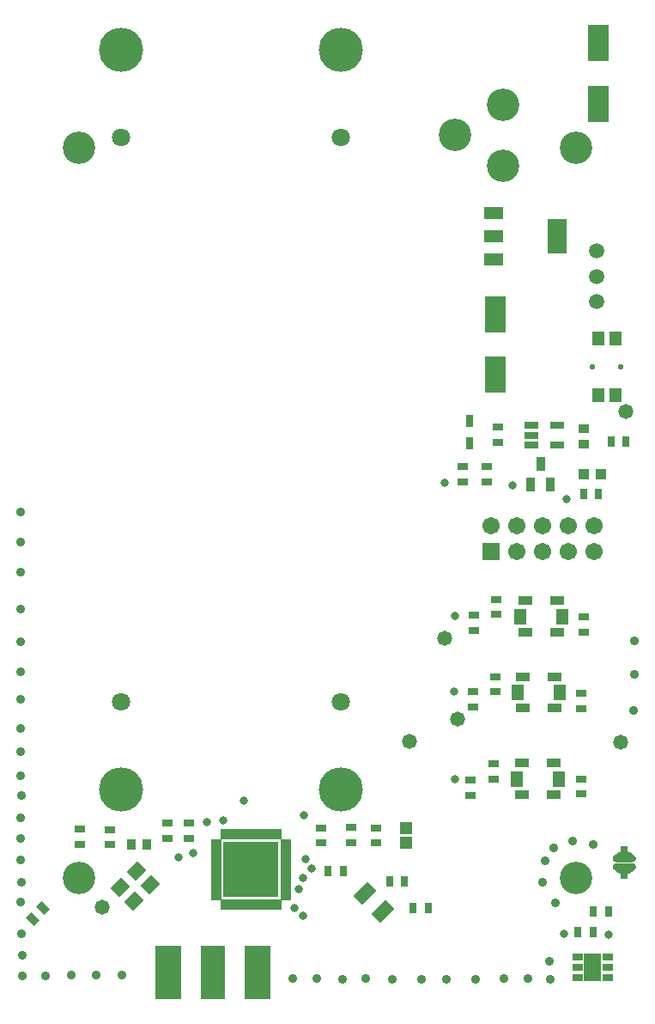
<source format=gts>
G04*
G04 #@! TF.GenerationSoftware,Altium Limited,Altium Designer,19.1.7 (138)*
G04*
G04 Layer_Color=8388736*
%FSLAX25Y25*%
%MOIN*%
G70*
G01*
G75*
%ADD41C,0.02769*%
%ADD42R,0.10300X0.20800*%
%ADD43R,0.09800X0.20800*%
%ADD44R,0.03162X0.04343*%
%ADD45R,0.03359X0.05524*%
%ADD46R,0.04343X0.03162*%
%ADD47R,0.03950X0.03950*%
%ADD48R,0.04400X0.03200*%
%ADD49R,0.04343X0.02572*%
%ADD50R,0.07099X0.10642*%
%ADD51R,0.03200X0.04400*%
%ADD52R,0.05524X0.03162*%
G04:AMPARAMS|DCode=53|XSize=31.62mil|YSize=43.43mil|CornerRadius=0mil|HoleSize=0mil|Usage=FLASHONLY|Rotation=45.000|XOffset=0mil|YOffset=0mil|HoleType=Round|Shape=Rectangle|*
%AMROTATEDRECTD53*
4,1,4,0.00418,-0.02654,-0.02654,0.00418,-0.00418,0.02654,0.02654,-0.00418,0.00418,-0.02654,0.0*
%
%ADD53ROTATEDRECTD53*%

%ADD54R,0.04737X0.05524*%
%ADD55R,0.07887X0.14186*%
%ADD56R,0.03162X0.03162*%
%ADD57R,0.05328X0.03753*%
%ADD58R,0.04540X0.06312*%
%ADD59R,0.04737X0.04737*%
G04:AMPARAMS|DCode=60|XSize=78.87mil|YSize=47.37mil|CornerRadius=0mil|HoleSize=0mil|Usage=FLASHONLY|Rotation=225.000|XOffset=0mil|YOffset=0mil|HoleType=Round|Shape=Rectangle|*
%AMROTATEDRECTD60*
4,1,4,0.01114,0.04463,0.04463,0.01114,-0.01114,-0.04463,-0.04463,-0.01114,0.01114,0.04463,0.0*
%
%ADD60ROTATEDRECTD60*%

%ADD61R,0.02769X0.04934*%
%ADD62R,0.01981X0.04147*%
%ADD63R,0.04147X0.01981*%
%ADD64R,0.21469X0.21469*%
G04:AMPARAMS|DCode=65|XSize=59.18mil|YSize=49.34mil|CornerRadius=0mil|HoleSize=0mil|Usage=FLASHONLY|Rotation=45.000|XOffset=0mil|YOffset=0mil|HoleType=Round|Shape=Rectangle|*
%AMROTATEDRECTD65*
4,1,4,-0.00348,-0.03837,-0.03837,-0.00348,0.00348,0.03837,0.03837,0.00348,-0.00348,-0.03837,0.0*
%
%ADD65ROTATEDRECTD65*%

%ADD66R,0.07690X0.04540*%
%ADD67R,0.07690X0.13398*%
%ADD68C,0.07099*%
%ADD69C,0.17158*%
%ADD70C,0.06706*%
%ADD71R,0.06706X0.06706*%
%ADD72C,0.02276*%
%ADD73C,0.12611*%
%ADD74C,0.05918*%
%ADD75C,0.05800*%
%ADD76C,0.03200*%
%ADD77C,0.03556*%
G36*
X118057Y-149601D02*
X118081Y-149602D01*
X118083Y-149602D01*
X118086Y-149603D01*
X118109Y-149607D01*
X118132Y-149612D01*
X118135Y-149612D01*
X118137Y-149613D01*
X118159Y-149620D01*
X118182Y-149628D01*
X118184Y-149629D01*
X118187Y-149630D01*
X118208Y-149640D01*
X118230Y-149650D01*
X118232Y-149652D01*
X118234Y-149653D01*
X118254Y-149666D01*
X118273Y-149679D01*
X118275Y-149681D01*
X118277Y-149682D01*
X118295Y-149698D01*
X118313Y-149713D01*
X118315Y-149715D01*
X118317Y-149717D01*
X118333Y-149735D01*
X118348Y-149752D01*
X118350Y-149754D01*
X118351Y-149756D01*
X118365Y-149776D01*
X118378Y-149795D01*
X118379Y-149798D01*
X118380Y-149800D01*
X118391Y-149821D01*
X118402Y-149842D01*
X118403Y-149844D01*
X118404Y-149847D01*
X118411Y-149869D01*
X118419Y-149891D01*
X118420Y-149894D01*
X118421Y-149896D01*
X118425Y-149920D01*
X118430Y-149943D01*
X118430Y-149945D01*
X118431Y-149948D01*
X118432Y-149971D01*
X118434Y-149995D01*
X118434Y-149998D01*
X118434Y-150000D01*
X118433Y-150024D01*
X118431Y-150048D01*
X118431Y-150050D01*
X118431Y-150052D01*
X118426Y-150075D01*
X118422Y-150099D01*
X118421Y-150101D01*
X118421Y-150104D01*
X118413Y-150126D01*
X118406Y-150149D01*
X117341Y-152811D01*
X117340Y-152813D01*
X117339Y-152816D01*
X117328Y-152837D01*
X117318Y-152858D01*
X117317Y-152860D01*
X117316Y-152863D01*
X117302Y-152883D01*
X117289Y-152902D01*
X117288Y-152904D01*
X117287Y-152906D01*
X117271Y-152924D01*
X117255Y-152942D01*
X117254Y-152944D01*
X117252Y-152946D01*
X117234Y-152962D01*
X117216Y-152977D01*
X117214Y-152979D01*
X117212Y-152980D01*
X117193Y-152994D01*
X117173Y-153007D01*
X117171Y-153008D01*
X117169Y-153009D01*
X117148Y-153020D01*
X117126Y-153031D01*
X117124Y-153032D01*
X117122Y-153033D01*
X117099Y-153040D01*
X117077Y-153048D01*
X117075Y-153049D01*
X117072Y-153049D01*
X117049Y-153054D01*
X117026Y-153059D01*
X117023Y-153059D01*
X117021Y-153060D01*
X116997Y-153061D01*
X116973Y-153063D01*
X116971Y-153063D01*
X116969Y-153063D01*
X113031D01*
X113029Y-153063D01*
X113027Y-153063D01*
X113003Y-153061D01*
X112979Y-153060D01*
X112977Y-153059D01*
X112974Y-153059D01*
X112951Y-153054D01*
X112928Y-153049D01*
X112926Y-153049D01*
X112923Y-153048D01*
X112900Y-153040D01*
X112878Y-153033D01*
X112876Y-153032D01*
X112874Y-153031D01*
X112852Y-153020D01*
X112831Y-153009D01*
X112829Y-153008D01*
X112827Y-153007D01*
X112807Y-152993D01*
X112787Y-152980D01*
X112786Y-152979D01*
X112784Y-152977D01*
X112766Y-152961D01*
X112748Y-152946D01*
X112747Y-152944D01*
X112745Y-152942D01*
X112729Y-152924D01*
X112714Y-152906D01*
X112712Y-152904D01*
X112710Y-152902D01*
X112698Y-152883D01*
X112684Y-152863D01*
X112683Y-152860D01*
X112682Y-152858D01*
X112672Y-152837D01*
X112661Y-152816D01*
X112660Y-152813D01*
X112659Y-152811D01*
X111594Y-150149D01*
X111587Y-150126D01*
X111579Y-150104D01*
X111579Y-150101D01*
X111578Y-150099D01*
X111574Y-150075D01*
X111569Y-150052D01*
X111569Y-150050D01*
X111569Y-150048D01*
X111567Y-150024D01*
X111566Y-150000D01*
X111566Y-149998D01*
X111566Y-149995D01*
X111568Y-149971D01*
X111569Y-149948D01*
X111570Y-149945D01*
X111570Y-149943D01*
X111575Y-149920D01*
X111579Y-149896D01*
X111580Y-149894D01*
X111581Y-149891D01*
X111589Y-149869D01*
X111596Y-149847D01*
X111597Y-149844D01*
X111598Y-149842D01*
X111609Y-149821D01*
X111619Y-149800D01*
X111621Y-149798D01*
X111622Y-149795D01*
X111635Y-149776D01*
X111649Y-149756D01*
X111650Y-149754D01*
X111652Y-149752D01*
X111667Y-149735D01*
X111683Y-149717D01*
X111685Y-149715D01*
X111687Y-149713D01*
X111705Y-149698D01*
X111723Y-149682D01*
X111725Y-149681D01*
X111726Y-149679D01*
X111746Y-149666D01*
X111766Y-149653D01*
X111768Y-149652D01*
X111770Y-149650D01*
X111792Y-149640D01*
X111813Y-149630D01*
X111816Y-149629D01*
X111818Y-149628D01*
X111840Y-149620D01*
X111863Y-149613D01*
X111865Y-149612D01*
X111868Y-149612D01*
X111891Y-149607D01*
X111914Y-149603D01*
X111917Y-149602D01*
X111919Y-149602D01*
X111943Y-149601D01*
X111967Y-149599D01*
X118033D01*
X118057Y-149601D01*
D02*
G37*
G36*
X116971Y-145737D02*
X116973Y-145737D01*
X116997Y-145739D01*
X117021Y-145740D01*
X117023Y-145741D01*
X117026Y-145741D01*
X117049Y-145746D01*
X117072Y-145751D01*
X117075Y-145751D01*
X117077Y-145752D01*
X117100Y-145760D01*
X117122Y-145767D01*
X117124Y-145768D01*
X117126Y-145769D01*
X117148Y-145780D01*
X117169Y-145791D01*
X117171Y-145792D01*
X117173Y-145793D01*
X117193Y-145807D01*
X117212Y-145820D01*
X117214Y-145821D01*
X117216Y-145823D01*
X117234Y-145839D01*
X117252Y-145854D01*
X117253Y-145856D01*
X117255Y-145858D01*
X117271Y-145876D01*
X117287Y-145894D01*
X117288Y-145896D01*
X117289Y-145898D01*
X117302Y-145917D01*
X117316Y-145937D01*
X117317Y-145940D01*
X117318Y-145942D01*
X117328Y-145963D01*
X117339Y-145984D01*
X117340Y-145987D01*
X117341Y-145989D01*
X118406Y-148651D01*
X118413Y-148674D01*
X118421Y-148696D01*
X118421Y-148699D01*
X118422Y-148701D01*
X118426Y-148725D01*
X118431Y-148748D01*
X118431Y-148750D01*
X118431Y-148752D01*
X118433Y-148776D01*
X118434Y-148800D01*
X118434Y-148802D01*
X118434Y-148805D01*
X118432Y-148828D01*
X118431Y-148852D01*
X118430Y-148855D01*
X118430Y-148857D01*
X118425Y-148880D01*
X118421Y-148904D01*
X118420Y-148906D01*
X118419Y-148908D01*
X118411Y-148931D01*
X118404Y-148953D01*
X118403Y-148956D01*
X118402Y-148958D01*
X118391Y-148979D01*
X118380Y-149000D01*
X118379Y-149002D01*
X118378Y-149005D01*
X118365Y-149024D01*
X118351Y-149044D01*
X118350Y-149046D01*
X118348Y-149048D01*
X118333Y-149065D01*
X118317Y-149083D01*
X118315Y-149085D01*
X118313Y-149087D01*
X118295Y-149102D01*
X118277Y-149118D01*
X118275Y-149119D01*
X118273Y-149121D01*
X118254Y-149134D01*
X118234Y-149147D01*
X118232Y-149148D01*
X118230Y-149150D01*
X118208Y-149160D01*
X118187Y-149170D01*
X118184Y-149171D01*
X118182Y-149172D01*
X118159Y-149180D01*
X118137Y-149187D01*
X118135Y-149188D01*
X118132Y-149188D01*
X118109Y-149193D01*
X118086Y-149197D01*
X118083Y-149198D01*
X118081Y-149198D01*
X118057Y-149199D01*
X118033Y-149201D01*
X111967D01*
X111943Y-149199D01*
X111919Y-149198D01*
X111917Y-149198D01*
X111914Y-149197D01*
X111891Y-149193D01*
X111868Y-149188D01*
X111865Y-149188D01*
X111863Y-149187D01*
X111840Y-149180D01*
X111818Y-149172D01*
X111816Y-149171D01*
X111813Y-149170D01*
X111792Y-149160D01*
X111770Y-149150D01*
X111768Y-149148D01*
X111766Y-149147D01*
X111746Y-149134D01*
X111726Y-149121D01*
X111725Y-149119D01*
X111723Y-149118D01*
X111705Y-149102D01*
X111687Y-149087D01*
X111685Y-149085D01*
X111683Y-149083D01*
X111667Y-149065D01*
X111652Y-149048D01*
X111650Y-149046D01*
X111649Y-149044D01*
X111635Y-149024D01*
X111622Y-149005D01*
X111621Y-149002D01*
X111619Y-149000D01*
X111609Y-148979D01*
X111598Y-148958D01*
X111597Y-148956D01*
X111596Y-148953D01*
X111589Y-148931D01*
X111581Y-148908D01*
X111580Y-148906D01*
X111579Y-148904D01*
X111575Y-148880D01*
X111570Y-148857D01*
X111570Y-148855D01*
X111569Y-148852D01*
X111568Y-148828D01*
X111566Y-148805D01*
X111566Y-148802D01*
X111566Y-148800D01*
X111567Y-148776D01*
X111569Y-148752D01*
X111569Y-148750D01*
X111569Y-148748D01*
X111574Y-148725D01*
X111578Y-148701D01*
X111579Y-148699D01*
X111579Y-148696D01*
X111587Y-148674D01*
X111594Y-148651D01*
X112659Y-145989D01*
X112660Y-145987D01*
X112661Y-145984D01*
X112672Y-145963D01*
X112682Y-145942D01*
X112683Y-145940D01*
X112684Y-145937D01*
X112698Y-145917D01*
X112710Y-145898D01*
X112712Y-145896D01*
X112714Y-145894D01*
X112729Y-145876D01*
X112745Y-145858D01*
X112746Y-145856D01*
X112748Y-145854D01*
X112766Y-145838D01*
X112784Y-145823D01*
X112786Y-145821D01*
X112787Y-145820D01*
X112807Y-145807D01*
X112827Y-145793D01*
X112829Y-145792D01*
X112831Y-145791D01*
X112852Y-145780D01*
X112874Y-145769D01*
X112876Y-145768D01*
X112878Y-145767D01*
X112901Y-145760D01*
X112923Y-145752D01*
X112925Y-145751D01*
X112928Y-145751D01*
X112951Y-145746D01*
X112974Y-145741D01*
X112977Y-145741D01*
X112979Y-145740D01*
X113003Y-145739D01*
X113027Y-145737D01*
X113029Y-145737D01*
X113031Y-145737D01*
X116969D01*
X116971Y-145737D01*
D02*
G37*
D41*
X118225Y-147817D02*
G03*
X111775Y-147817I-3225J-2258D01*
G01*
Y-150983D02*
G03*
X118225Y-150983I3225J2258D01*
G01*
D42*
X-62025Y-192104D02*
D03*
X-27525D02*
D03*
D43*
X-44775D02*
D03*
D44*
X109747Y13900D02*
D03*
X115653D02*
D03*
X105053Y-6400D02*
D03*
X99147D02*
D03*
X102953Y-176300D02*
D03*
X97047D02*
D03*
X102947Y-168200D02*
D03*
X108853D02*
D03*
X29653Y-156500D02*
D03*
X23747D02*
D03*
X5853Y-152500D02*
D03*
X-53D02*
D03*
X38953Y-166800D02*
D03*
X33047D02*
D03*
D45*
X78720Y-2734D02*
D03*
X86279D02*
D03*
X82500Y5534D02*
D03*
D46*
X52100Y4353D02*
D03*
Y-1553D02*
D03*
X61400D02*
D03*
Y4353D02*
D03*
X98100Y-116847D02*
D03*
Y-122753D02*
D03*
X56100Y-88953D02*
D03*
Y-83047D02*
D03*
X55300Y-123253D02*
D03*
Y-117347D02*
D03*
X56500Y-59153D02*
D03*
Y-53247D02*
D03*
X65300Y-47147D02*
D03*
Y-53053D02*
D03*
X-84700Y-136547D02*
D03*
Y-142453D02*
D03*
X-96400Y-136347D02*
D03*
Y-142253D02*
D03*
X-62600Y-134047D02*
D03*
Y-139953D02*
D03*
X98100Y-83747D02*
D03*
Y-89653D02*
D03*
X99100Y-54047D02*
D03*
Y-59953D02*
D03*
X65000Y-77147D02*
D03*
Y-83053D02*
D03*
X-2700Y-135847D02*
D03*
Y-141753D02*
D03*
X65800Y19753D02*
D03*
Y13847D02*
D03*
X64100Y-111047D02*
D03*
Y-116953D02*
D03*
X18700Y-135847D02*
D03*
Y-141753D02*
D03*
X8900Y-135594D02*
D03*
Y-141500D02*
D03*
X-54200Y-134047D02*
D03*
Y-139953D02*
D03*
D47*
X105800Y1300D02*
D03*
X99300D02*
D03*
D48*
X99100Y19100D02*
D03*
Y13100D02*
D03*
D49*
X96991Y-186063D02*
D03*
Y-190000D02*
D03*
Y-193937D02*
D03*
X108409D02*
D03*
Y-190000D02*
D03*
Y-186063D02*
D03*
D50*
X102700Y-190000D02*
D03*
D51*
X-70400Y-142400D02*
D03*
X-76400D02*
D03*
D52*
X78979Y20240D02*
D03*
Y16500D02*
D03*
Y12760D02*
D03*
X88821D02*
D03*
Y20240D02*
D03*
D53*
X-114888Y-171288D02*
D03*
X-110712Y-167112D02*
D03*
D54*
X104785Y54031D02*
D03*
X111478D02*
D03*
X104785Y31984D02*
D03*
X111478D02*
D03*
D55*
X104800Y168722D02*
D03*
Y145100D02*
D03*
X65000Y63511D02*
D03*
Y39889D02*
D03*
D56*
X115000Y-144282D02*
D03*
Y-154134D02*
D03*
D57*
X75599Y-89304D02*
D03*
X88001D02*
D03*
Y-77296D02*
D03*
X75599D02*
D03*
X75099Y-122804D02*
D03*
X87501D02*
D03*
Y-110796D02*
D03*
X75099D02*
D03*
X76499Y-47796D02*
D03*
X88901D02*
D03*
Y-59804D02*
D03*
X76499D02*
D03*
D58*
X73631Y-83300D02*
D03*
X89969D02*
D03*
X73131Y-116800D02*
D03*
X89469D02*
D03*
X90869Y-53800D02*
D03*
X74531D02*
D03*
D59*
X30200Y-141753D02*
D03*
Y-135847D02*
D03*
D60*
X21080Y-168380D02*
D03*
X14120Y-161420D02*
D03*
D61*
X54900Y22180D02*
D03*
Y13220D02*
D03*
D62*
X-40827Y-165583D02*
D03*
X-38858D02*
D03*
X-36890D02*
D03*
X-34921D02*
D03*
X-32953D02*
D03*
X-30984D02*
D03*
X-29016D02*
D03*
X-27047D02*
D03*
X-25079D02*
D03*
X-23110D02*
D03*
X-21142D02*
D03*
X-19173D02*
D03*
Y-138417D02*
D03*
X-21142D02*
D03*
X-23110D02*
D03*
X-25079D02*
D03*
X-27047D02*
D03*
X-29016D02*
D03*
X-30984D02*
D03*
X-32953D02*
D03*
X-34921D02*
D03*
X-36890D02*
D03*
X-38858D02*
D03*
X-40827D02*
D03*
D63*
X-16417Y-162827D02*
D03*
Y-160858D02*
D03*
Y-158890D02*
D03*
Y-156921D02*
D03*
Y-154953D02*
D03*
Y-152984D02*
D03*
Y-151016D02*
D03*
Y-149047D02*
D03*
Y-147079D02*
D03*
Y-145110D02*
D03*
Y-143142D02*
D03*
Y-141173D02*
D03*
X-43583D02*
D03*
Y-143142D02*
D03*
Y-145110D02*
D03*
Y-147079D02*
D03*
Y-149047D02*
D03*
Y-151016D02*
D03*
Y-152984D02*
D03*
Y-154953D02*
D03*
Y-156921D02*
D03*
Y-158890D02*
D03*
Y-160858D02*
D03*
Y-162827D02*
D03*
D64*
X-30000Y-152000D02*
D03*
D65*
X-80677Y-159126D02*
D03*
X-74274Y-152724D02*
D03*
X-69124Y-157874D02*
D03*
X-75526Y-164277D02*
D03*
D66*
X64198Y102755D02*
D03*
Y93700D02*
D03*
Y84645D02*
D03*
D67*
X89002Y93700D02*
D03*
D68*
X-80400Y132137D02*
D03*
Y-86800D02*
D03*
X4900Y131872D02*
D03*
Y-87065D02*
D03*
D69*
X-80400Y166172D02*
D03*
Y-120835D02*
D03*
X4900Y165908D02*
D03*
Y-121100D02*
D03*
D70*
X103100Y-18600D02*
D03*
Y-28600D02*
D03*
X93100Y-18600D02*
D03*
Y-28600D02*
D03*
X83100Y-18600D02*
D03*
Y-28600D02*
D03*
X73100Y-18600D02*
D03*
Y-28600D02*
D03*
X63100Y-18600D02*
D03*
D71*
Y-28600D02*
D03*
D72*
X102718Y43008D02*
D03*
X113545D02*
D03*
D73*
X67900Y121078D02*
D03*
Y144700D02*
D03*
X49396Y132889D02*
D03*
X-96606Y-155450D02*
D03*
X96268D02*
D03*
Y128050D02*
D03*
X-96606D02*
D03*
D74*
X104379Y87942D02*
D03*
Y78100D02*
D03*
Y68257D02*
D03*
D75*
X50200Y-93500D02*
D03*
X45200Y-62200D02*
D03*
X-87900Y-166700D02*
D03*
X31500Y-102400D02*
D03*
X113700Y-102500D02*
D03*
X115400Y25700D02*
D03*
D76*
X45300Y-1800D02*
D03*
X-58100Y-147400D02*
D03*
X71500Y-2800D02*
D03*
X-52600Y-145700D02*
D03*
X-11600Y-159600D02*
D03*
X-13000Y-166800D02*
D03*
X49300Y-117000D02*
D03*
X-8700Y-147900D02*
D03*
X-9900Y-155300D02*
D03*
Y-170000D02*
D03*
X-47200Y-133500D02*
D03*
X-32650Y-125400D02*
D03*
X-9500Y-131000D02*
D03*
X92600Y-8400D02*
D03*
X-40700Y-133100D02*
D03*
X49200Y-53700D02*
D03*
X-6500Y-151600D02*
D03*
X48900Y-82900D02*
D03*
X108800Y-177400D02*
D03*
X91600Y-176900D02*
D03*
D77*
X119000Y-63300D02*
D03*
X118900Y-76400D02*
D03*
X118700Y-90400D02*
D03*
X-119600Y-13200D02*
D03*
Y-25000D02*
D03*
Y-36500D02*
D03*
Y-51100D02*
D03*
X-119500Y-63600D02*
D03*
Y-75400D02*
D03*
X-119300Y-86100D02*
D03*
X102800Y-142200D02*
D03*
X95000Y-141100D02*
D03*
X87600Y-143500D02*
D03*
X84100Y-148700D02*
D03*
X83300Y-156800D02*
D03*
X88200Y-164800D02*
D03*
X86000Y-187500D02*
D03*
X86200Y-194500D02*
D03*
X77500Y-194300D02*
D03*
X68100Y-194400D02*
D03*
X57200Y-194500D02*
D03*
X45800Y-194600D02*
D03*
X36100Y-194500D02*
D03*
X25000D02*
D03*
X14600Y-194400D02*
D03*
X5600Y-194500D02*
D03*
X-4500Y-194400D02*
D03*
X-13900D02*
D03*
X-119400Y-97400D02*
D03*
Y-106200D02*
D03*
Y-115500D02*
D03*
X-119200Y-123400D02*
D03*
X-119500Y-131800D02*
D03*
Y-140000D02*
D03*
X-119300Y-148400D02*
D03*
X-119200Y-156900D02*
D03*
X-119400Y-164500D02*
D03*
X-119200Y-177100D02*
D03*
X-118900Y-185200D02*
D03*
X-118800Y-193200D02*
D03*
X-109900D02*
D03*
X-99900Y-193100D02*
D03*
X-90100D02*
D03*
X-80000D02*
D03*
M02*

</source>
